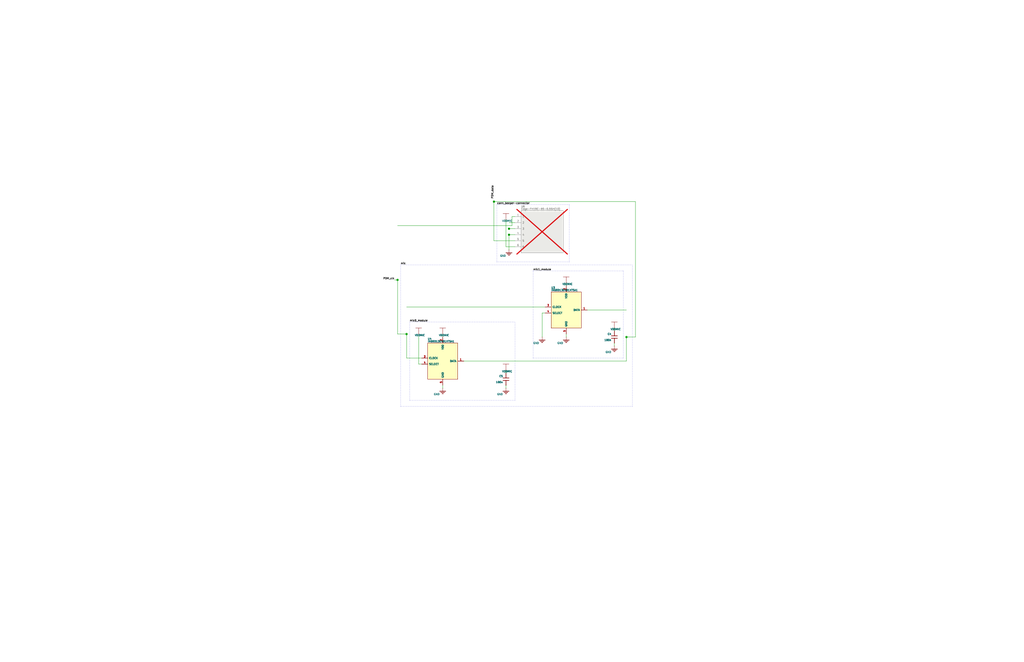
<source format=kicad_sch>
(kicad_sch (version 20230121) (generator jitx)
  (paper "B")
  (lib_symbols
    (symbol "VDDMIC" (power)
      (property "Reference" "#PWR" (at 35.0 60.0 0.0))
      (property "Value" "VDDMIC" (at 0.508 0.508 0.0))
      (symbol "VDDMIC_1_0"
        (pin power_in line (at 0.0 0.0 0) (length 0.0) (name "VDDMIC") (number "~"))
        (polyline (pts (xy 0.0 0.0) (xy 2.54 0.0)) (stroke (width 0.127)) (fill (type background)))
        (polyline (pts (xy 2.54 1.27) (xy 2.54 -1.27)) (stroke (width 0.127)) (fill (type background)))
      )
    )
    (symbol "GND" (power)
      (property "Reference" "#PWR" (at 35.0 60.0 0.0))
      (property "Value" "GND" (at -2.54 -2.54 0.0))
      (symbol "GND_1_0"
        (pin power_in line (at 0.0 0.0 270) (length 0.0) (name "GND") (number "~"))
        (polyline (pts (xy 0.0 0.0) (xy 0.0 -1.27)) (stroke (width 0.127)) (fill (type background)))
        (polyline (pts (xy -1.27 -1.27) (xy 1.27 -1.27)) (stroke (width 0.254)) (fill (type background)))
        (polyline (pts (xy -0.762 -1.778) (xy 0.762 -1.778)) (stroke (width 0.254)) (fill (type background)))
        (polyline (pts (xy -0.254 -2.286) (xy 0.254 -2.286)) (stroke (width 0.254)) (fill (type background)))
      )
    )
    (symbol "capacitor_sym"
      (property "Reference" "U" (at 1.27 1.27 0.0))
      (property "Value" "capacitor_sym" (at 1.27 -1.27 0.0))
      (symbol "capacitor_sym_1_0"
        (pin unspecified line (at 0.0 2.54 270) (length 0.0) (name "1") (number "~"))
        (pin unspecified line (at 0.0 -2.54 90) (length 0.0) (name "2") (number "~"))
        (polyline (pts (xy 0.0 2.54) (xy 0.0 0.508)) (stroke (width 0.254)) (fill (type background)))
        (polyline (pts (xy -1.27 0.508) (xy 1.27 0.508)) (stroke (width 0.254)) (fill (type background)))
        (polyline (pts (xy 0.0 -0.508) (xy 0.0 -2.54)) (stroke (width 0.254)) (fill (type background)))
        (polyline (pts (xy -1.27 -0.508) (xy 1.27 -0.508)) (stroke (width 0.254)) (fill (type background)))
      )
    )
    (symbol "ground_sym"
      (property "Value" "ground_sym" (at -2.54 -2.54 0.0))
      (symbol "ground_sym_1_0"
        (pin unspecified line (at 0.0 0.0 270) (length 0.0) (name "0") (number "~"))
        (polyline (pts (xy 0.0 0.0) (xy 0.0 -1.27)) (stroke (width 0.127)) (fill (type background)))
        (polyline (pts (xy -1.27 -1.27) (xy 1.27 -1.27)) (stroke (width 0.254)) (fill (type background)))
        (polyline (pts (xy -0.762 -1.778) (xy 0.762 -1.778)) (stroke (width 0.254)) (fill (type background)))
        (polyline (pts (xy -0.254 -2.286) (xy 0.254 -2.286)) (stroke (width 0.254)) (fill (type background)))
      )
    )
    (symbol "ALTIUM_POWER_BAR"
      (property "Value" "ALTIUM_POWER_BAR" (at 0.508 0.508 0.0))
      (symbol "ALTIUM_POWER_BAR_1_0"
        (pin unspecified line (at 0.0 0.0 0) (length 0.0) (name "0") (number "~"))
        (polyline (pts (xy 0.0 0.0) (xy 2.54 0.0)) (stroke (width 0.127)) (fill (type background)))
        (polyline (pts (xy 2.54 1.27) (xy 2.54 -1.27)) (stroke (width 0.127)) (fill (type background)))
      )
    )
    (symbol "ALTIUM_POWER_GND_POWER"
      (property "Value" "ALTIUM_POWER_GND_POWER" (at 2.54 -1.016 0.0))
      (symbol "ALTIUM_POWER_GND_POWER_1_0"
        (pin unspecified line (at 0.0 0.0 0) (length 0.0) (name "0") (number "~"))
        (polyline (pts (xy 0.0 0.0) (xy 2.54 0.0)) (stroke (width 0.127)) (fill (type background)))
        (polyline (pts (xy 2.54 -2.54) (xy 2.54 2.54)) (stroke (width 0.254)) (fill (type background)))
        (polyline (pts (xy 3.2512 -1.8288) (xy 3.2512 1.8288)) (stroke (width 0.254)) (fill (type background)))
        (polyline (pts (xy 3.9624 -1.1176) (xy 3.9624 1.1176)) (stroke (width 0.254)) (fill (type background)))
        (polyline (pts (xy 4.6736 -0.4064) (xy 4.6736 0.4064)) (stroke (width 0.254)) (fill (type background)))
      )
    )
    (symbol "box_symbol_6L_0R_0T_0B"
      (property "Reference" "U" (at -8.89 10.252 0.0))
      (property "Value" "box_symbol_6L_0R_0T_0B" (at -8.89 9.19 0.0))
      (symbol "box_symbol_6L_0R_0T_0B_1_0"
        (pin unspecified line (at -11.43 6.35 0) (length 2.54) (name "L0") (number "~"))
        (pin unspecified line (at -11.43 3.81 0) (length 2.54) (name "L1") (number "~"))
        (pin unspecified line (at -11.43 1.27 0) (length 2.54) (name "L2") (number "~"))
        (pin unspecified line (at -11.43 -1.27 0) (length 2.54) (name "L3") (number "~"))
        (pin unspecified line (at -11.43 -3.81 0) (length 2.54) (name "L4") (number "~"))
        (pin unspecified line (at -11.43 -6.35 0) (length 2.54) (name "L5") (number "~"))
        (rectangle (start -8.89 -8.89) (end 8.89 8.89) (stroke (width 0.0)) (fill (type background)))
      )
    )
    (symbol "box_symbol_2L_1R_1T_1B"
      (property "Reference" "U" (at -6.35 8.982 0.0))
      (property "Value" "box_symbol_2L_1R_1T_1B" (at -6.35 7.92 0.0))
      (symbol "box_symbol_2L_1R_1T_1B_1_0"
        (pin unspecified line (at -8.89 1.27 0) (length 2.54) (name "L0") (number "~"))
        (pin unspecified line (at -8.89 -1.27 0) (length 2.54) (name "L1") (number "~"))
        (pin unspecified line (at 8.89 0.0 180) (length 2.54) (name "R0") (number "~"))
        (pin unspecified line (at 0.0 10.16 270) (length 2.54) (name "T0") (number "~"))
        (pin unspecified line (at 0.0 -10.16 90) (length 2.54) (name "B0") (number "~"))
        (rectangle (start -6.35 -7.62) (end 6.35 7.62) (stroke (width 0.0)) (fill (type background)))
      )
    )
    (symbol "IM69D130V01XTSA1"
      (property "Reference" "U" (at -6.35 8.982 0.0))
      (property "Value" "IM69D130V01XTSA1" (at -6.35 7.92 0.0))
      (symbol "IM69D130V01XTSA1_1_0"
        (pin unspecified line (at -8.89 1.27 0) (length 2.54) (name "CLOCK") (number "3"))
        (pin unspecified line (at -8.89 -1.27 0) (length 2.54) (name "SELECT") (number "4"))
        (pin unspecified line (at 8.89 0.0 180) (length 2.54) (name "DATA") (number "1"))
        (pin unspecified line (at 0.0 10.16 270) (length 2.54) (name "VDD") (number "2"))
        (pin unspecified line (at 0.0 -10.16 90) (length 2.54) (name "GND") (number "5"))
        (rectangle (start -6.35 -7.62) (end 6.35 7.62) (stroke (width 0.0)) (fill (type background)))
      )
    )
    (symbol "edge_FH19C_6S_0_5SH_10_"
      (property "Reference" "U" (at -8.89 10.252 0.0))
      (property "Value" "edge_FH19C_6S_0_5SH_10_" (at -8.89 9.19 0.0))
      (symbol "edge_FH19C_6S_0_5SH_10__1_0"
        (pin unspecified line (at -11.43 6.35 0) (length 2.54) (name "1") (number "1"))
        (pin unspecified line (at -11.43 3.81 0) (length 2.54) (name "2") (number "2"))
        (pin unspecified line (at -11.43 1.27 0) (length 2.54) (name "3") (number "3"))
        (pin unspecified line (at -11.43 -1.27 0) (length 2.54) (name "4") (number "4"))
        (pin unspecified line (at -11.43 -3.81 0) (length 2.54) (name "5") (number "5"))
        (pin unspecified line (at -11.43 -6.35 0) (length 2.54) (name "6") (number "6"))
        (rectangle (start -8.89 -8.89) (end 8.89 8.89) (stroke (width 0.0)) (fill (type background)))
      )
    )
    (symbol "my_capacitor"
      (property "Reference" "C" (at 1.27 1.27 0.0))
      (property "Value" "my_capacitor" (at 1.27 -1.27 0.0))
      (symbol "my_capacitor_1_0"
        (pin unspecified line (at 0.0 2.54 270) (length 0.0) (name "1") (number "1"))
        (pin unspecified line (at 0.0 -2.54 90) (length 0.0) (name "2") (number "2"))
        (polyline (pts (xy 0.0 2.54) (xy 0.0 0.508)) (stroke (width 0.254)) (fill (type background)))
        (polyline (pts (xy -1.27 0.508) (xy 1.27 0.508)) (stroke (width 0.254)) (fill (type background)))
        (polyline (pts (xy 0.0 -0.508) (xy 0.0 -2.54)) (stroke (width 0.254)) (fill (type background)))
        (polyline (pts (xy -1.27 -0.508) (xy 1.27 -0.508)) (stroke (width 0.254)) (fill (type background)))
      )
    )
  )
  (wire (pts (xy 166.37 118.11) (xy 167.64 118.11)) (stroke (width 0.127)))
  (wire (pts (xy 167.64 140.97) (xy 168.91 140.97)) (stroke (width 0.127)))
  (wire (pts (xy 167.64 95.25) (xy 209.55 95.25)) (stroke (width 0.127)))
  (wire (pts (xy 167.64 140.97) (xy 167.64 95.25)) (stroke (width 0.127)))
  (wire (pts (xy 208.28 85.09) (xy 267.97 85.09)) (stroke (width 0.127)))
  (wire (pts (xy 266.7 142.24) (xy 267.97 142.24)) (stroke (width 0.127)))
  (wire (pts (xy 208.28 101.6) (xy 209.55 101.6)) (stroke (width 0.127)))
  (wire (pts (xy 267.97 142.24) (xy 267.97 85.09)) (stroke (width 0.127)))
  (wire (pts (xy 208.28 101.6) (xy 208.28 83.82)) (stroke (width 0.127)))
  (wire (pts (xy 168.91 140.97) (xy 171.45 140.97)) (stroke (width 0.127)))
  (wire (pts (xy 171.45 151.13) (xy 172.72 151.13)) (stroke (width 0.127)))
  (wire (pts (xy 171.45 129.54) (xy 224.79 129.54)) (stroke (width 0.127)))
  (wire (pts (xy 171.45 151.13) (xy 171.45 129.54)) (stroke (width 0.127)))
  (wire (pts (xy 262.89 130.81) (xy 264.16 130.81)) (stroke (width 0.127)))
  (wire (pts (xy 217.17 152.4) (xy 264.16 152.4)) (stroke (width 0.127)))
  (wire (pts (xy 264.16 152.4) (xy 264.16 130.81)) (stroke (width 0.127)))
  (wire (pts (xy 264.16 142.24) (xy 266.7 142.24)) (stroke (width 0.127)))
  (wire (pts (xy 259.08 146.05) (xy 259.08 144.78)) (stroke (width 0.127)))
  (wire (pts (xy 228.6 132.08) (xy 229.87 132.08)) (stroke (width 0.127)))
  (wire (pts (xy 228.6 142.24) (xy 228.6 132.08)) (stroke (width 0.127)))
  (wire (pts (xy 238.76 142.24) (xy 238.76 140.97)) (stroke (width 0.127)))
  (wire (pts (xy 259.08 139.7) (xy 259.08 138.43)) (stroke (width 0.127)))
  (wire (pts (xy 238.76 120.65) (xy 238.76 119.38)) (stroke (width 0.127)))
  (wire (pts (xy 247.65 130.81) (xy 262.89 130.81)) (stroke (width 0.127)))
  (wire (pts (xy 224.79 129.54) (xy 229.87 129.54)) (stroke (width 0.127)))
  (wire (pts (xy 213.36 163.83) (xy 213.36 162.56)) (stroke (width 0.127)))
  (wire (pts (xy 186.69 163.83) (xy 186.69 162.56)) (stroke (width 0.127)))
  (wire (pts (xy 213.36 157.48) (xy 213.36 156.21)) (stroke (width 0.127)))
  (wire (pts (xy 186.69 142.24) (xy 186.69 140.97)) (stroke (width 0.127)))
  (wire (pts (xy 176.53 153.67) (xy 177.8 153.67)) (stroke (width 0.127)))
  (wire (pts (xy 176.53 153.67) (xy 176.53 140.97)) (stroke (width 0.127)))
  (wire (pts (xy 195.58 152.4) (xy 217.17 152.4)) (stroke (width 0.127)))
  (wire (pts (xy 172.72 151.13) (xy 177.8 151.13)) (stroke (width 0.127)))
  (wire (pts (xy 214.63 96.52) (xy 217.17 96.52)) (stroke (width 0.127)))
  (wire (pts (xy 214.63 99.06) (xy 217.17 99.06)) (stroke (width 0.127)))
  (wire (pts (xy 214.63 93.98) (xy 217.17 93.98)) (stroke (width 0.127)))
  (wire (pts (xy 214.63 105.41) (xy 214.63 93.98)) (stroke (width 0.127)))
  (wire (pts (xy 213.36 104.14) (xy 217.17 104.14)) (stroke (width 0.127)))
  (wire (pts (xy 213.36 104.14) (xy 213.36 92.71)) (stroke (width 0.127)))
  (wire (pts (xy 209.55 101.6) (xy 217.17 101.6)) (stroke (width 0.127)))
  (wire (pts (xy 209.55 95.25) (xy 215.9 95.25)) (stroke (width 0.127)))
  (wire (pts (xy 215.9 91.44) (xy 217.17 91.44)) (stroke (width 0.127)))
  (wire (pts (xy 215.9 95.25) (xy 215.9 91.44)) (stroke (width 0.127)))
  (polyline (pts (xy 168.91 111.76) (xy 266.7 111.76)) (stroke (width 0.127) (type dot)))
  (polyline (pts (xy 168.91 171.45) (xy 266.7 171.45)) (stroke (width 0.127) (type dot)))
  (polyline (pts (xy 168.91 171.45) (xy 168.91 111.76)) (stroke (width 0.127) (type dot)))
  (polyline (pts (xy 266.7 171.45) (xy 266.7 111.76)) (stroke (width 0.127) (type dot)))
  (polyline (pts (xy 224.79 114.3) (xy 262.89 114.3)) (stroke (width 0.127) (type dot)))
  (polyline (pts (xy 224.79 151.13) (xy 262.89 151.13)) (stroke (width 0.127) (type dot)))
  (polyline (pts (xy 224.79 151.13) (xy 224.79 114.3)) (stroke (width 0.127) (type dot)))
  (polyline (pts (xy 262.89 151.13) (xy 262.89 114.3)) (stroke (width 0.127) (type dot)))
  (polyline (pts (xy 172.72 135.89) (xy 217.17 135.89)) (stroke (width 0.127) (type dot)))
  (polyline (pts (xy 172.72 168.91) (xy 217.17 168.91)) (stroke (width 0.127) (type dot)))
  (polyline (pts (xy 172.72 168.91) (xy 172.72 135.89)) (stroke (width 0.127) (type dot)))
  (polyline (pts (xy 217.17 168.91) (xy 217.17 135.89)) (stroke (width 0.127) (type dot)))
  (polyline (pts (xy 209.55 86.36) (xy 240.03 86.36)) (stroke (width 0.127) (type dot)))
  (polyline (pts (xy 209.55 110.49) (xy 240.03 110.49)) (stroke (width 0.127) (type dot)))
  (polyline (pts (xy 209.55 110.49) (xy 209.55 86.36)) (stroke (width 0.127) (type dot)))
  (polyline (pts (xy 240.03 110.49) (xy 240.03 86.36)) (stroke (width 0.127) (type dot)))
  (junction (at 167.64 118.11) (diameter 0.762))
  (junction (at 208.28 85.09) (diameter 0.762))
  (junction (at 171.45 140.97) (diameter 0.762))
  (junction (at 264.16 142.24) (diameter 0.762))
  (junction (at 214.63 96.52) (diameter 0.762))
  (junction (at 214.63 99.06) (diameter 0.762))
  (label "mic" (at 168.91 111.76 0) (effects (font (size 0.762 0.762))))
  (label "mic1_module" (at 224.79 114.3 0) (effects (font (size 0.762 0.762))))
  (label "mic0_module" (at 172.72 135.89 0) (effects (font (size 0.762 0.762))))
  (label "conn_beeper-connector" (at 209.55 86.36 0) (effects (font (size 0.762 0.762))))
  (label "PDM_clk" (at 166.37 118.11 180) (effects (font (size 0.762 0.762))))
  (label "PDM_data" (at 208.28 83.82 90) (effects (font (size 0.762 0.762))))
  (symbol (lib_id "IM69D130V01XTSA1") (at 238.76 130.81 0.0) (unit 1)
    (property "Reference" "U3" (at 232.41 121.828 0.0) (effects (font (size 0.762 0.762)) (justify left bottom)))
    (property "Value" "IM69D130V01XTSA1" (at 232.41 122.89 0.0) (effects (font (size 0.762 0.762)) (justify left bottom)))
    (property "Footprint" "beeper-flex:LP" (effects hide))
    (property "Datasheet" "https://www.mouser.com/datasheet/2/196/Infineon_IM69D130_DataSheet_v01_00_EN-3163920.pdf" (effects hide))
    (property "Name" "mic1_mic" (effects hide))
    (property "Description" "20 Hz ~ 20 kHz Digital, PDM Microphone MEMS (Silicon) 1.62 V ~ 3.6 V Omnidirectional (-36dB ±1dB @ 94dB SPL) Solder Pads" (effects hide))
    (property "Manufacturer" "Infineon" (effects hide))
    (property "MPN" "IM69D130V01XTSA1" (effects hide))
    (property "LCSC" "C9900035948" (effects hide))
  )
  (symbol (lib_id "my_capacitor") (at 213.36 160.02 180.0) (unit 1)
    (property "Reference" "C5" (at 212.09 158.75 0.0) (effects (font (size 0.762 0.762)) (justify left)))
    (property "Value" "100n" (at 212.09 161.29 0.0) (effects (font (size 0.762 0.762)) (justify left)))
    (property "Footprint" "beeper-flex:Pkg0201" (effects hide))
    (property "Datasheet" "https://datasheet.lcsc.com/lcsc/2202151130_YAGEO-CC0201MRX5R6BB104_C1853386.pdf" (effects hide))
    (property "Name" "mic0_cap" (effects hide))
    (property "Description" "10V 100nF X5R ±20% 0201  Multilayer Ceramic Capacitors MLCC - SMD/SMT ROHS" (effects hide))
    (property "Manufacturer" "YAGEO" (effects hide))
    (property "MPN" "CC0201MRX5R6BB104" (effects hide))
    (property "Reference-prefix" "C" (effects hide))
    (property "LCSC" "C1853386" (effects hide))
  )
  (symbol (lib_id "edge_FH19C_6S_0_5SH_10_") (at 228.6 97.79 0.0) (unit 1) (in_bom no) (dnp yes)
    (property "Reference" "U6" (at 219.71 87.538 0.0) (effects (font (size 0.762 0.762)) (justify left bottom)))
    (property "Value" "Edge-FH19C-6S-0.5SH(10)" (at 219.71 88.6 0.0) (effects (font (size 0.762 0.762)) (justify left bottom)))
    (property "Footprint" "beeper-flex:EDGE_LP" (effects hide))
    (property "Datasheet" "https://mm.digikey.com/Volume0/opasdata/d220001/medias/docus/822/FH19C_FH19SC_Series.pdf" (effects hide))
    (property "Name" "conn_conn" (effects hide))
    (property "Description" "Edge for 6 Position FFC, FPC Connector Contacts, Bottom 0.020\" (0.50mm) Surface Mount, Right Angle" (effects hide))
    (property "Manufacturer" "Hirose" (effects hide))
    (property "MPN" "Edge-FH19C-6S-0.5SH(10)" (effects hide))
  )
  (symbol (lib_id "my_capacitor") (at 259.08 142.24 180.0) (unit 1)
    (property "Reference" "C4" (at 257.81 140.97 0.0) (effects (font (size 0.762 0.762)) (justify left)))
    (property "Value" "100n" (at 257.81 143.51 0.0) (effects (font (size 0.762 0.762)) (justify left)))
    (property "Footprint" "beeper-flex:Pkg0201" (effects hide))
    (property "Datasheet" "https://datasheet.lcsc.com/lcsc/2202151130_YAGEO-CC0201MRX5R6BB104_C1853386.pdf" (effects hide))
    (property "Name" "mic1_cap" (effects hide))
    (property "Description" "10V 100nF X5R ±20% 0201  Multilayer Ceramic Capacitors MLCC - SMD/SMT ROHS" (effects hide))
    (property "Manufacturer" "YAGEO" (effects hide))
    (property "MPN" "CC0201MRX5R6BB104" (effects hide))
    (property "Reference-prefix" "C" (effects hide))
    (property "LCSC" "C1853386" (effects hide))
  )
  (symbol (lib_id "IM69D130V01XTSA1") (at 186.69 152.4 0.0) (unit 1)
    (property "Reference" "U4" (at 180.34 143.418 0.0) (effects (font (size 0.762 0.762)) (justify left bottom)))
    (property "Value" "IM69D130V01XTSA1" (at 180.34 144.48 0.0) (effects (font (size 0.762 0.762)) (justify left bottom)))
    (property "Footprint" "beeper-flex:LP" (effects hide))
    (property "Datasheet" "https://www.mouser.com/datasheet/2/196/Infineon_IM69D130_DataSheet_v01_00_EN-3163920.pdf" (effects hide))
    (property "Name" "mic0_mic" (effects hide))
    (property "Description" "20 Hz ~ 20 kHz Digital, PDM Microphone MEMS (Silicon) 1.62 V ~ 3.6 V Omnidirectional (-36dB ±1dB @ 94dB SPL) Solder Pads" (effects hide))
    (property "Manufacturer" "Infineon" (effects hide))
    (property "MPN" "IM69D130V01XTSA1" (effects hide))
    (property "LCSC" "C9900035948" (effects hide))
  )
  (symbol (lib_id "GND") (at 259.08 146.05 0.0) (unit 1)
    (property "Reference" "#PWR?" (effects hide))
    (property "Value" "GND" (at 256.54 148.59 0.0) (effects (font (size 0.762 0.762))))
  )
  (symbol (lib_id "GND") (at 228.6 142.24 0.0) (unit 1)
    (property "Reference" "#PWR?" (effects hide))
    (property "Value" "GND" (at 226.06 144.78 0.0) (effects (font (size 0.762 0.762))))
  )
  (symbol (lib_id "GND") (at 238.76 142.24 0.0) (unit 1)
    (property "Reference" "#PWR?" (effects hide))
    (property "Value" "GND" (at 236.22 144.78 0.0) (effects (font (size 0.762 0.762))))
  )
  (symbol (lib_id "VDDMIC") (at 259.08 138.43 90.0) (unit 1)
    (property "Reference" "#PWR?" (effects hide))
    (property "Value" "VDDMIC" (at 259.588 138.938 270.0) (effects (font (size 0.762 0.762))))
  )
  (symbol (lib_id "VDDMIC") (at 238.76 119.38 90.0) (unit 1)
    (property "Reference" "#PWR?" (effects hide))
    (property "Value" "VDDMIC" (at 239.268 119.888 270.0) (effects (font (size 0.762 0.762))))
  )
  (symbol (lib_id "GND") (at 213.36 163.83 0.0) (unit 1)
    (property "Reference" "#PWR?" (effects hide))
    (property "Value" "GND" (at 210.82 166.37 0.0) (effects (font (size 0.762 0.762))))
  )
  (symbol (lib_id "GND") (at 186.69 163.83 0.0) (unit 1)
    (property "Reference" "#PWR?" (effects hide))
    (property "Value" "GND" (at 184.15 166.37 0.0) (effects (font (size 0.762 0.762))))
  )
  (symbol (lib_id "VDDMIC") (at 213.36 156.21 90.0) (unit 1)
    (property "Reference" "#PWR?" (effects hide))
    (property "Value" "VDDMIC" (at 213.868 156.718 270.0) (effects (font (size 0.762 0.762))))
  )
  (symbol (lib_id "VDDMIC") (at 186.69 140.97 90.0) (unit 1)
    (property "Reference" "#PWR?" (effects hide))
    (property "Value" "VDDMIC" (at 187.198 141.478 270.0) (effects (font (size 0.762 0.762))))
  )
  (symbol (lib_id "VDDMIC") (at 176.53 140.97 90.0) (unit 1)
    (property "Reference" "#PWR?" (effects hide))
    (property "Value" "VDDMIC" (at 177.038 141.478 270.0) (effects (font (size 0.762 0.762))))
  )
  (symbol (lib_id "GND") (at 214.63 105.41 0.0) (unit 1)
    (property "Reference" "#PWR?" (effects hide))
    (property "Value" "GND" (at 212.09 107.95 0.0) (effects (font (size 0.762 0.762))))
  )
  (symbol (lib_id "VDDMIC") (at 213.36 92.71 90.0) (unit 1)
    (property "Reference" "#PWR?" (effects hide))
    (property "Value" "VDDMIC" (at 213.868 93.218 270.0) (effects (font (size 0.762 0.762))))
  )
)
</source>
